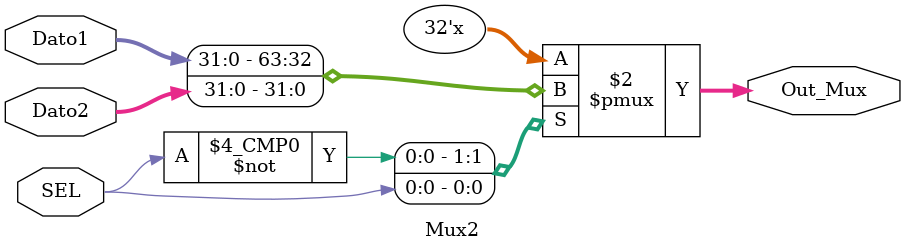
<source format=v>
`timescale 1ns / 1ps
module Mux2( 
	input SEL, 
	input [31:0] Dato1, 
	input [31:0] Dato2, 
	output reg [31:0] Out_Mux
	 );
	 
   always @(SEL, Dato1, Dato2)
      case (SEL)
         1'b0: Out_Mux <= Dato1;
         1'b1: Out_Mux <= Dato2;
      endcase				


endmodule

</source>
